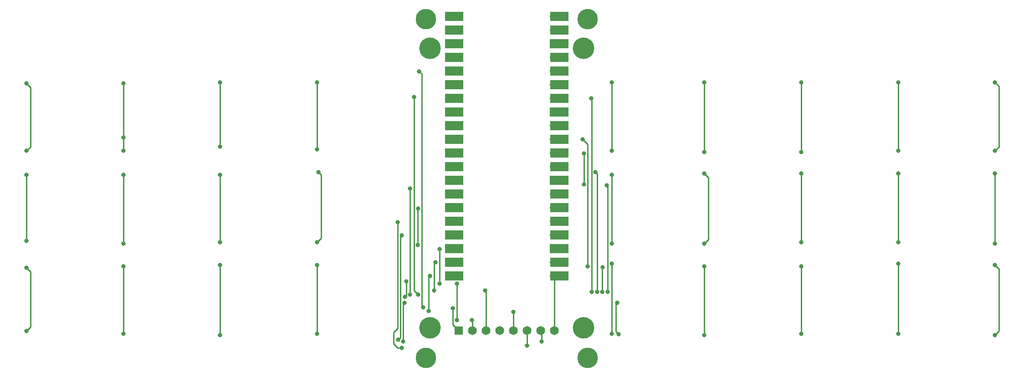
<source format=gtl>
G04 #@! TF.GenerationSoftware,KiCad,Pcbnew,(6.0.4-0)*
G04 #@! TF.CreationDate,2022-07-14T20:21:05-05:00*
G04 #@! TF.ProjectId,keezyboost40,6b65657a-7962-46f6-9f73-7434302e6b69,rev?*
G04 #@! TF.SameCoordinates,Original*
G04 #@! TF.FileFunction,Copper,L1,Top*
G04 #@! TF.FilePolarity,Positive*
%FSLAX46Y46*%
G04 Gerber Fmt 4.6, Leading zero omitted, Abs format (unit mm)*
G04 Created by KiCad (PCBNEW (6.0.4-0)) date 2022-07-14 20:21:05*
%MOMM*%
%LPD*%
G01*
G04 APERTURE LIST*
G04 #@! TA.AperFunction,ComponentPad*
%ADD10C,3.800000*%
G04 #@! TD*
G04 #@! TA.AperFunction,ComponentPad*
%ADD11C,4.000000*%
G04 #@! TD*
G04 #@! TA.AperFunction,ComponentPad*
%ADD12R,1.650000X1.650000*%
G04 #@! TD*
G04 #@! TA.AperFunction,ComponentPad*
%ADD13C,1.650000*%
G04 #@! TD*
G04 #@! TA.AperFunction,ComponentPad*
%ADD14O,1.700000X1.700000*%
G04 #@! TD*
G04 #@! TA.AperFunction,SMDPad,CuDef*
%ADD15R,3.500000X1.700000*%
G04 #@! TD*
G04 #@! TA.AperFunction,ComponentPad*
%ADD16R,1.700000X1.700000*%
G04 #@! TD*
G04 #@! TA.AperFunction,ViaPad*
%ADD17C,0.800000*%
G04 #@! TD*
G04 #@! TA.AperFunction,Conductor*
%ADD18C,0.250000*%
G04 #@! TD*
G04 APERTURE END LIST*
D10*
X106000000Y-78000000D03*
X136000000Y-78000000D03*
D11*
X106750000Y-72450000D03*
X106750000Y-20450000D03*
X135250000Y-20450000D03*
X135250000Y-72450000D03*
D12*
X112110000Y-72950000D03*
D13*
X114650000Y-72950000D03*
X117190000Y-72950000D03*
X119730000Y-72950000D03*
X122270000Y-72950000D03*
X124810000Y-72950000D03*
X127350000Y-72950000D03*
X129890000Y-72950000D03*
D10*
X106000000Y-15000000D03*
X136000000Y-15000000D03*
D14*
X129890000Y-14520000D03*
D15*
X130790000Y-14520000D03*
D14*
X129890000Y-17060000D03*
D15*
X130790000Y-17060000D03*
D16*
X129890000Y-19600000D03*
D15*
X130790000Y-19600000D03*
D14*
X129890000Y-22140000D03*
D15*
X130790000Y-22140000D03*
X130790000Y-24680000D03*
D14*
X129890000Y-24680000D03*
D15*
X130790000Y-27220000D03*
D14*
X129890000Y-27220000D03*
X129890000Y-29760000D03*
D15*
X130790000Y-29760000D03*
D16*
X129890000Y-32300000D03*
D15*
X130790000Y-32300000D03*
D14*
X129890000Y-34840000D03*
D15*
X130790000Y-34840000D03*
D14*
X129890000Y-37380000D03*
D15*
X130790000Y-37380000D03*
D14*
X129890000Y-39920000D03*
D15*
X130790000Y-39920000D03*
X130790000Y-42460000D03*
D14*
X129890000Y-42460000D03*
D16*
X129890000Y-45000000D03*
D15*
X130790000Y-45000000D03*
X130790000Y-47540000D03*
D14*
X129890000Y-47540000D03*
X129890000Y-50080000D03*
D15*
X130790000Y-50080000D03*
X130790000Y-52620000D03*
D14*
X129890000Y-52620000D03*
D15*
X130790000Y-55160000D03*
D14*
X129890000Y-55160000D03*
D15*
X130790000Y-57700000D03*
D16*
X129890000Y-57700000D03*
D15*
X130790000Y-60240000D03*
D14*
X129890000Y-60240000D03*
X129890000Y-62780000D03*
D15*
X130790000Y-62780000D03*
X111210000Y-62780000D03*
D14*
X112110000Y-62780000D03*
X112110000Y-60240000D03*
D15*
X111210000Y-60240000D03*
X111210000Y-57700000D03*
D16*
X112110000Y-57700000D03*
D15*
X111210000Y-55160000D03*
D14*
X112110000Y-55160000D03*
D15*
X111210000Y-52620000D03*
D14*
X112110000Y-52620000D03*
D15*
X111210000Y-50080000D03*
D14*
X112110000Y-50080000D03*
D15*
X111210000Y-47540000D03*
D14*
X112110000Y-47540000D03*
D16*
X112110000Y-45000000D03*
D15*
X111210000Y-45000000D03*
D14*
X112110000Y-42460000D03*
D15*
X111210000Y-42460000D03*
X111210000Y-39920000D03*
D14*
X112110000Y-39920000D03*
D15*
X111210000Y-37380000D03*
D14*
X112110000Y-37380000D03*
D15*
X111210000Y-34840000D03*
D14*
X112110000Y-34840000D03*
D16*
X112110000Y-32300000D03*
D15*
X111210000Y-32300000D03*
X111210000Y-29760000D03*
D14*
X112110000Y-29760000D03*
X112110000Y-27220000D03*
D15*
X111210000Y-27220000D03*
X111210000Y-24680000D03*
D14*
X112110000Y-24680000D03*
D15*
X111210000Y-22140000D03*
D14*
X112110000Y-22140000D03*
D16*
X112110000Y-19600000D03*
D15*
X111210000Y-19600000D03*
X111210000Y-17060000D03*
D14*
X112110000Y-17060000D03*
X112110000Y-14520000D03*
D15*
X111210000Y-14520000D03*
D17*
X111750000Y-71000000D03*
X111750000Y-64229502D03*
X114500000Y-71000000D03*
X108479502Y-64229502D03*
X108500000Y-57750000D03*
X136775500Y-65750000D03*
X136750000Y-29750000D03*
X104500000Y-66250000D03*
X103750000Y-29500000D03*
X103025500Y-46500000D03*
X103025500Y-66275500D03*
X137500000Y-43500000D03*
X137775003Y-65750000D03*
X135130000Y-37380000D03*
X102301000Y-63750000D03*
X102102081Y-66657994D03*
X138862989Y-61137011D03*
X138774506Y-65750000D03*
X136051000Y-61000000D03*
X139600689Y-45899311D03*
X139774009Y-65750000D03*
X141785908Y-73648385D03*
X135326500Y-40000000D03*
X101750000Y-75000000D03*
X135326500Y-45714386D03*
X141500000Y-67750000D03*
X102000000Y-67750000D03*
X104750000Y-24750000D03*
X111000000Y-68750000D03*
X105500000Y-68598051D03*
X31750000Y-61250000D03*
X31750000Y-56250000D03*
X31750000Y-39500000D03*
X31750000Y-44000000D03*
X31750000Y-27000000D03*
X31750000Y-73000000D03*
X49750000Y-56750000D03*
X49750000Y-44000000D03*
X49750000Y-39500000D03*
X49750000Y-61000000D03*
X49750000Y-27000000D03*
X49750000Y-73500000D03*
X49750000Y-37000000D03*
X67750000Y-56500000D03*
X67750000Y-44000000D03*
X67750000Y-73750000D03*
X67750000Y-38750000D03*
X67750000Y-60750000D03*
X67750000Y-26750000D03*
X85750000Y-26750000D03*
X104500000Y-50250000D03*
X85750000Y-39250000D03*
X86000000Y-43500000D03*
X85750000Y-60750000D03*
X104474500Y-57000000D03*
X85750000Y-73500000D03*
X85750000Y-56500000D03*
X140500000Y-73500000D03*
X140500000Y-26750000D03*
X140500000Y-60500000D03*
X140500000Y-56750000D03*
X140500000Y-39500000D03*
X140500000Y-44000000D03*
X157750000Y-73750000D03*
X157750000Y-39750000D03*
X157750000Y-26750000D03*
X157750000Y-61000000D03*
X157750000Y-56750000D03*
X157750000Y-43750000D03*
X175750000Y-61000000D03*
X175750000Y-26750000D03*
X175750000Y-73500000D03*
X175750000Y-56500000D03*
X175750000Y-43750000D03*
X175750000Y-39750000D03*
X193750000Y-60500000D03*
X193750000Y-56500000D03*
X193750000Y-43750000D03*
X193750000Y-26750000D03*
X193750000Y-73500000D03*
X193750000Y-39500000D03*
X211750000Y-39500000D03*
X211750000Y-56750000D03*
X211750000Y-73750000D03*
X211750000Y-26750000D03*
X211750000Y-43750000D03*
X211750000Y-60750000D03*
X106500000Y-69322551D03*
X106775500Y-62750000D03*
X122250000Y-69500000D03*
X107500000Y-65500000D03*
X107755002Y-60250000D03*
X117000000Y-65500000D03*
X101474500Y-55250000D03*
X127500000Y-75000000D03*
X100829952Y-74609472D03*
X124750000Y-75750000D03*
X100750000Y-52750000D03*
X101488084Y-76149661D03*
D18*
X114550000Y-71000000D02*
X114500000Y-71000000D01*
X114650000Y-71100000D02*
X114550000Y-71000000D01*
X114650000Y-72950000D02*
X114650000Y-71100000D01*
X108479502Y-64229502D02*
X108479502Y-57770498D01*
X111750000Y-71000000D02*
X111750000Y-64229502D01*
X108479502Y-57770498D02*
X108500000Y-57750000D01*
X103750000Y-65500000D02*
X104500000Y-66250000D01*
X103750000Y-29500000D02*
X103750000Y-65500000D01*
X136775500Y-29775500D02*
X136750000Y-29750000D01*
X136775500Y-65750000D02*
X136775500Y-29775500D01*
X103025500Y-66275500D02*
X103025500Y-46500000D01*
X137775003Y-43775003D02*
X137500000Y-43500000D01*
X137775003Y-65750000D02*
X137775003Y-43775003D01*
X138774506Y-65750000D02*
X138774506Y-61225494D01*
X136051000Y-38301000D02*
X135130000Y-37380000D01*
X102301000Y-63750000D02*
X102301000Y-66459075D01*
X102301000Y-66459075D02*
X102102081Y-66657994D01*
X136051000Y-61000000D02*
X136051000Y-38301000D01*
X138774506Y-61225494D02*
X138862989Y-61137011D01*
X101750000Y-75000000D02*
X101750000Y-68000000D01*
X135326500Y-45714386D02*
X135326500Y-40000000D01*
X141274579Y-73137056D02*
X141785908Y-73648385D01*
X101750000Y-68000000D02*
X102000000Y-67750000D01*
X139774009Y-65750000D02*
X139774009Y-46072631D01*
X141500000Y-67750000D02*
X141274579Y-67975421D01*
X141274579Y-67975421D02*
X141274579Y-73137056D01*
X139774009Y-46072631D02*
X139600689Y-45899311D01*
X105224511Y-68322562D02*
X105500000Y-68598051D01*
X111000000Y-68750000D02*
X111000000Y-71840000D01*
X111000000Y-71840000D02*
X112110000Y-72950000D01*
X105224511Y-25224511D02*
X105224511Y-68322562D01*
X104750000Y-24750000D02*
X105224511Y-25224511D01*
X32474521Y-38775479D02*
X31750000Y-39500000D01*
X32474521Y-72275479D02*
X31750000Y-73000000D01*
X31750000Y-56250000D02*
X31750000Y-44000000D01*
X32474521Y-27724521D02*
X32474521Y-38775479D01*
X31750000Y-27000000D02*
X32474521Y-27724521D01*
X31750000Y-61250000D02*
X32474521Y-61974521D01*
X32474521Y-61974521D02*
X32474521Y-72275479D01*
X49750000Y-44000000D02*
X49750000Y-56750000D01*
X49750000Y-37000000D02*
X49750000Y-39500000D01*
X49750000Y-27000000D02*
X49750000Y-37000000D01*
X49750000Y-61000000D02*
X49750000Y-73500000D01*
X67750000Y-44000000D02*
X67750000Y-56500000D01*
X67750000Y-60750000D02*
X67750000Y-73750000D01*
X67750000Y-26750000D02*
X67750000Y-38750000D01*
X104474500Y-57000000D02*
X104474500Y-50275500D01*
X86474521Y-43974521D02*
X86474521Y-55775479D01*
X85750000Y-73500000D02*
X85750000Y-60750000D01*
X86000000Y-43500000D02*
X86474521Y-43974521D01*
X104474500Y-50275500D02*
X104500000Y-50250000D01*
X85750000Y-39250000D02*
X85750000Y-26750000D01*
X86474521Y-55775479D02*
X85750000Y-56500000D01*
X140500000Y-39500000D02*
X140500000Y-26750000D01*
X140500000Y-73500000D02*
X140500000Y-60500000D01*
X140500000Y-56750000D02*
X140500000Y-44000000D01*
X157750000Y-26750000D02*
X157750000Y-39750000D01*
X157750000Y-43750000D02*
X158474521Y-44474521D01*
X158474521Y-56025479D02*
X157750000Y-56750000D01*
X158474521Y-44474521D02*
X158474521Y-56025479D01*
X157750000Y-61000000D02*
X157750000Y-73750000D01*
X175750000Y-43750000D02*
X175750000Y-56500000D01*
X175750000Y-61000000D02*
X175750000Y-73500000D01*
X175750000Y-26750000D02*
X175750000Y-39750000D01*
X193750000Y-56500000D02*
X193750000Y-43750000D01*
X193750000Y-39500000D02*
X193750000Y-26750000D01*
X193750000Y-73500000D02*
X193750000Y-60500000D01*
X212474521Y-73025479D02*
X211750000Y-73750000D01*
X212474521Y-27474521D02*
X212474521Y-38775479D01*
X211750000Y-60750000D02*
X212474521Y-61474521D01*
X211750000Y-56750000D02*
X211750000Y-43750000D01*
X212474521Y-61474521D02*
X212474521Y-73025479D01*
X211750000Y-26750000D02*
X212474521Y-27474521D01*
X212474521Y-38775479D02*
X211750000Y-39500000D01*
X129890000Y-72950000D02*
X129890000Y-62780000D01*
X106500000Y-63025500D02*
X106775500Y-62750000D01*
X106500000Y-69322551D02*
X106500000Y-63025500D01*
X122250000Y-69500000D02*
X122270000Y-69520000D01*
X122270000Y-69520000D02*
X122270000Y-72950000D01*
X107500000Y-65500000D02*
X107500000Y-60505002D01*
X107500000Y-60505002D02*
X107755002Y-60250000D01*
X117190000Y-72950000D02*
X117190000Y-65690000D01*
X117190000Y-65690000D02*
X117000000Y-65500000D01*
X101474500Y-55250000D02*
X101250000Y-55474500D01*
X127500000Y-75000000D02*
X127500000Y-73100000D01*
X101250000Y-55474500D02*
X101250000Y-74000000D01*
X101250000Y-74000000D02*
X101250000Y-74189424D01*
X127500000Y-73100000D02*
X127350000Y-72950000D01*
X101250000Y-74189424D02*
X100829952Y-74609472D01*
X100000000Y-73233008D02*
X100750000Y-72483008D01*
X100000000Y-75411577D02*
X100738084Y-76149661D01*
X100000000Y-75411577D02*
X100000000Y-73233008D01*
X100738084Y-76149661D02*
X101488084Y-76149661D01*
X100750000Y-72483008D02*
X100750000Y-52750000D01*
X124810000Y-75690000D02*
X124810000Y-72950000D01*
X124750000Y-75750000D02*
X124810000Y-75690000D01*
M02*

</source>
